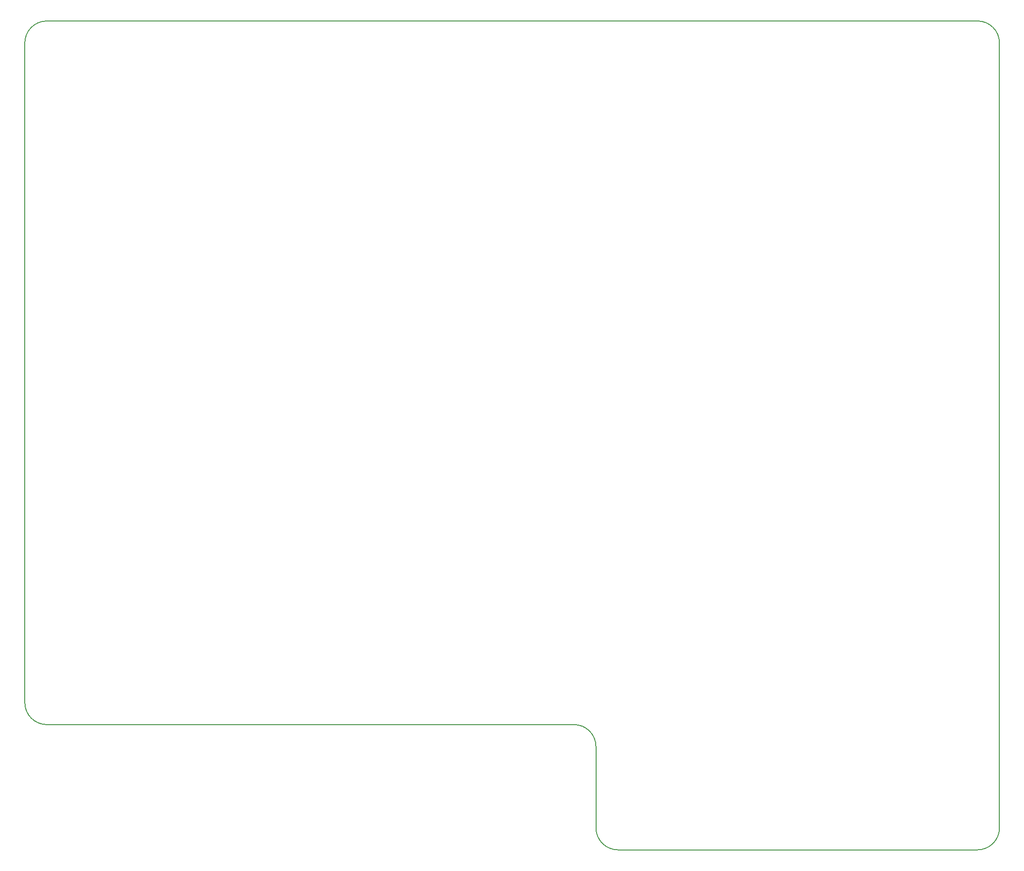
<source format=gbr>
G04 #@! TF.GenerationSoftware,KiCad,Pcbnew,(5.1.9)-1*
G04 #@! TF.CreationDate,2021-08-02T14:53:26+02:00*
G04 #@! TF.ProjectId,TonOfSteppers,546f6e4f-6653-4746-9570-706572732e6b,rev?*
G04 #@! TF.SameCoordinates,Original*
G04 #@! TF.FileFunction,Profile,NP*
%FSLAX46Y46*%
G04 Gerber Fmt 4.6, Leading zero omitted, Abs format (unit mm)*
G04 Created by KiCad (PCBNEW (5.1.9)-1) date 2021-08-02 14:53:26*
%MOMM*%
%LPD*%
G01*
G04 APERTURE LIST*
G04 #@! TA.AperFunction,Profile*
%ADD10C,0.150000*%
G04 #@! TD*
G04 APERTURE END LIST*
D10*
X186122000Y-14920000D02*
X184070000Y-14920000D01*
X190122000Y-161508000D02*
X190122000Y-160750000D01*
X186122000Y-165508000D02*
X185422000Y-165508000D01*
X122872000Y-165508000D02*
X120822000Y-165508000D01*
X116822000Y-160750000D02*
X116822000Y-161508000D01*
X17070000Y-142750000D02*
X112822000Y-142750000D01*
X190122000Y-161508000D02*
G75*
G02*
X186122000Y-165508000I-4000000J0D01*
G01*
X122872000Y-165508000D02*
X185422000Y-165508000D01*
X116822000Y-160750000D02*
X116822000Y-146750000D01*
X13070000Y-18920000D02*
X13070000Y-138750000D01*
X21070000Y-14920000D02*
X17070000Y-14920000D01*
X184070000Y-14920000D02*
X21070000Y-14920000D01*
X190122000Y-160750000D02*
X190122000Y-18920000D01*
X186122000Y-14920000D02*
G75*
G02*
X190122000Y-18920000I0J-4000000D01*
G01*
X13070000Y-18920000D02*
G75*
G02*
X17070000Y-14920000I4000000J0D01*
G01*
X17070000Y-142750000D02*
G75*
G02*
X13070000Y-138750000I0J4000000D01*
G01*
X120822000Y-165508000D02*
G75*
G02*
X116822000Y-161508000I0J4000000D01*
G01*
X112822000Y-142750000D02*
G75*
G02*
X116822000Y-146750000I0J-4000000D01*
G01*
M02*

</source>
